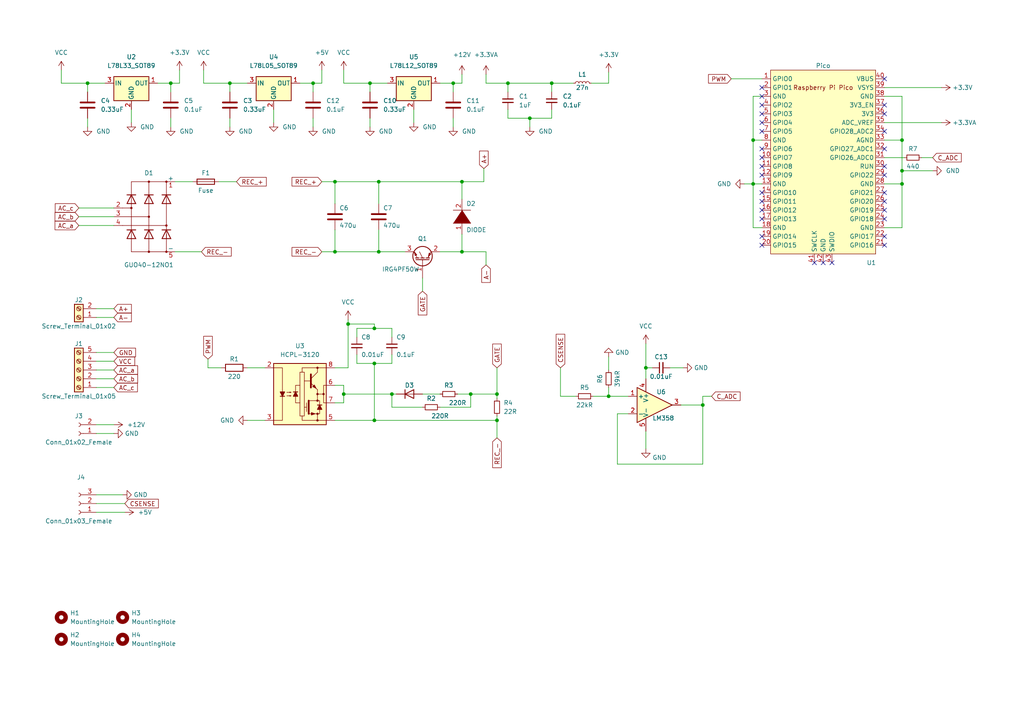
<source format=kicad_sch>
(kicad_sch (version 20211123) (generator eeschema)
  (paper "A4")
  (lib_symbols
    (symbol "Connector:Conn_01x02_Female" (pin_names (offset 1.016) hide)
      (property "Reference" "J" (at 0 2.54 0))
      (property "Value" "Conn_01x02_Female" (at 0 -5.08 0))
      (symbol "Conn_01x02_Female_1_1"
        (pin passive line (at -5.08 0 0) (length 3.81) (name "Pin_1") (number "1"))
        (pin passive line (at -5.08 -2.54 0) (length 3.81) (name "Pin_2") (number "2"))
      )
    )
    (symbol "Connector:Conn_01x03_Female" (pin_names (offset 1.016) hide)
      (property "Reference" "J" (at 0 5.08 0))
      (property "Value" "Conn_01x03_Female" (at 0 -5.08 0))
      (symbol "Conn_01x03_Female_1_1"
        (pin passive line (at -5.08 2.54 0) (length 3.81) (name "Pin_1") (number "1"))
        (pin passive line (at -5.08 0 0) (length 3.81) (name "Pin_2") (number "2"))
        (pin passive line (at -5.08 -2.54 0) (length 3.81) (name "Pin_3") (number "3"))
      )
    )
    (symbol "Connector:Screw_Terminal_01x02" (pin_names (offset 1.016) hide)
      (property "Reference" "J" (at 0 2.54 0))
      (property "Value" "Screw_Terminal_01x02" (at 0 -5.08 0))
      (symbol "Screw_Terminal_01x02_1_1"
        (pin passive line (at -5.08 0 0) (length 3.81) (name "Pin_1") (number "1"))
        (pin passive line (at -5.08 -2.54 0) (length 3.81) (name "Pin_2") (number "2"))
      )
    )
    (symbol "Connector:Screw_Terminal_01x05" (pin_names (offset 1.016) hide)
      (property "Reference" "J" (at 0 7.62 0))
      (property "Value" "Screw_Terminal_01x05" (at 0 -7.62 0))
      (symbol "Screw_Terminal_01x05_1_1"
        (pin passive line (at -5.08 5.08 0) (length 3.81) (name "Pin_1") (number "1"))
        (pin passive line (at -5.08 2.54 0) (length 3.81) (name "Pin_2") (number "2"))
        (pin passive line (at -5.08 0 0) (length 3.81) (name "Pin_3") (number "3"))
        (pin passive line (at -5.08 -2.54 0) (length 3.81) (name "Pin_4") (number "4"))
        (pin passive line (at -5.08 -5.08 0) (length 3.81) (name "Pin_5") (number "5"))
      )
    )
    (symbol "Device:C" (pin_numbers hide) (pin_names (offset 0.254))
      (property "Reference" "C" (at 0.635 2.54 0))
      (property "Value" "C" (at 0.635 -2.54 0))
      (symbol "C_1_1"
        (pin passive line (at 0 3.81 270) (length 2.794) (name "~") (number "1"))
        (pin passive line (at 0 -3.81 90) (length 2.794) (name "~") (number "2"))
      )
    )
    (symbol "Device:C_Small" (pin_numbers hide) (pin_names (offset 0.254) hide)
      (property "Reference" "C" (at 0.254 1.778 0))
      (property "Value" "C_Small" (at 0.254 -2.032 0))
      (symbol "C_Small_1_1"
        (pin passive line (at 0 2.54 270) (length 2.032) (name "~") (number "1"))
        (pin passive line (at 0 -2.54 90) (length 2.032) (name "~") (number "2"))
      )
    )
    (symbol "Device:Fuse" (pin_numbers hide) (pin_names (offset 0))
      (property "Reference" "F" (at 2.032 0 90))
      (property "Value" "Fuse" (at -1.905 0 90))
      (symbol "Fuse_1_1"
        (pin passive line (at 0 3.81 270) (length 1.27) (name "~") (number "1"))
        (pin passive line (at 0 -3.81 90) (length 1.27) (name "~") (number "2"))
      )
    )
    (symbol "Device:L_Small" (pin_numbers hide) (pin_names (offset 0.254) hide)
      (property "Reference" "L" (at 0.762 1.016 0))
      (property "Value" "L_Small" (at 0.762 -1.016 0))
      (symbol "L_Small_1_1"
        (pin passive line (at 0 2.54 270) (length 0.508) (name "~") (number "1"))
        (pin passive line (at 0 -2.54 90) (length 0.508) (name "~") (number "2"))
      )
    )
    (symbol "Device:R" (pin_numbers hide) (pin_names (offset 0))
      (property "Reference" "R" (at 2.032 0 90))
      (property "Value" "R" (at 0 0 90))
      (symbol "R_1_1"
        (pin passive line (at 0 3.81 270) (length 1.27) (name "~") (number "1"))
        (pin passive line (at 0 -3.81 90) (length 1.27) (name "~") (number "2"))
      )
    )
    (symbol "Device:R_Small" (pin_numbers hide) (pin_names (offset 0.254) hide)
      (property "Reference" "R" (at 0.762 0.508 0))
      (property "Value" "R_Small" (at 0.762 -1.016 0))
      (symbol "R_Small_1_1"
        (pin passive line (at 0 2.54 270) (length 0.762) (name "~") (number "1"))
        (pin passive line (at 0 -2.54 90) (length 0.762) (name "~") (number "2"))
      )
    )
    (symbol "Diode:1N4148" (pin_numbers hide) (pin_names hide)
      (property "Reference" "D" (at 0 2.54 0))
      (property "Value" "1N4148" (at 0 -2.54 0))
      (symbol "1N4148_1_1"
        (pin passive line (at -3.81 0 0) (length 2.54) (name "K") (number "1"))
        (pin passive line (at 3.81 0 180) (length 2.54) (name "A") (number "2"))
      )
    )
    (symbol "Diode_Bridge:GUO40-12NO1" (pin_names (offset 0))
      (property "Reference" "D" (at 0 17.78 0))
      (property "Value" "GUO40-12NO1" (at 0 15.24 0))
      (symbol "GUO40-12NO1_1_1"
        (pin passive line (at 7.62 10.16 180) (length 2.54) (name "+") (number "1"))
        (pin passive line (at -10.16 2.54 0) (length 2.54) (name "~") (number "2"))
        (pin passive line (at -10.16 0 0) (length 2.54) (name "~") (number "3"))
        (pin passive line (at -10.16 -2.54 0) (length 2.54) (name "~") (number "4"))
        (pin passive line (at 7.62 -10.16 180) (length 2.54) (name "-") (number "5"))
      )
    )
    (symbol "Driver_FET:HCPL-3120" (pin_names hide)
      (property "Reference" "U" (at 0 12.7 0))
      (property "Value" "HCPL-3120" (at 0 10.16 0))
      (symbol "HCPL-3120_1_1"
        (pin no_connect line (at -7.62 2.54 0) (length 2.54) hide (name "NC") (number "1"))
        (pin passive line (at -10.16 7.62 0) (length 2.54) (name "A") (number "2"))
        (pin passive line (at -10.16 -7.62 0) (length 2.54) (name "C") (number "3"))
        (pin no_connect line (at -7.62 -2.54 0) (length 2.54) hide (name "NC") (number "4"))
        (pin power_out line (at 10.16 -7.62 180) (length 2.54) (name "VEE") (number "5"))
        (pin output line (at 10.16 2.54 180) (length 2.54) (name "VO") (number "6"))
        (pin output line (at 10.16 -2.54 180) (length 2.54) (name "VO") (number "7"))
        (pin power_in line (at 10.16 7.62 180) (length 2.54) (name "VCC") (number "8"))
      )
    )
    (symbol "MCU_RaspberryPi_and_Boards:Pico"
      (property "Reference" "U" (at -13.97 27.94 0))
      (property "Value" "Pico" (at 0 19.05 0))
      (symbol "Pico_0_0"
        (text "Raspberry Pi Pico" (at 0 21.59 0) (effects (font (size 1.27 1.27))))
      )
      (symbol "Pico_1_1"
        (pin bidirectional line (at -17.78 24.13 0) (length 2.54) (name "GPIO0") (number "1"))
        (pin bidirectional line (at -17.78 1.27 0) (length 2.54) (name "GPIO7") (number "10"))
        (pin bidirectional line (at -17.78 -1.27 0) (length 2.54) (name "GPIO8") (number "11"))
        (pin bidirectional line (at -17.78 -3.81 0) (length 2.54) (name "GPIO9") (number "12"))
        (pin power_in line (at -17.78 -6.35 0) (length 2.54) (name "GND") (number "13"))
        (pin bidirectional line (at -17.78 -8.89 0) (length 2.54) (name "GPIO10") (number "14"))
        (pin bidirectional line (at -17.78 -11.43 0) (length 2.54) (name "GPIO11") (number "15"))
        (pin bidirectional line (at -17.78 -13.97 0) (length 2.54) (name "GPIO12") (number "16"))
        (pin bidirectional line (at -17.78 -16.51 0) (length 2.54) (name "GPIO13") (number "17"))
        (pin power_in line (at -17.78 -19.05 0) (length 2.54) (name "GND") (number "18"))
        (pin bidirectional line (at -17.78 -21.59 0) (length 2.54) (name "GPIO14") (number "19"))
        (pin bidirectional line (at -17.78 21.59 0) (length 2.54) (name "GPIO1") (number "2"))
        (pin bidirectional line (at -17.78 -24.13 0) (length 2.54) (name "GPIO15") (number "20"))
        (pin bidirectional line (at 17.78 -24.13 180) (length 2.54) (name "GPIO16") (number "21"))
        (pin bidirectional line (at 17.78 -21.59 180) (length 2.54) (name "GPIO17") (number "22"))
        (pin power_in line (at 17.78 -19.05 180) (length 2.54) (name "GND") (number "23"))
        (pin bidirectional line (at 17.78 -16.51 180) (length 2.54) (name "GPIO18") (number "24"))
        (pin bidirectional line (at 17.78 -13.97 180) (length 2.54) (name "GPIO19") (number "25"))
        (pin bidirectional line (at 17.78 -11.43 180) (length 2.54) (name "GPIO20") (number "26"))
        (pin bidirectional line (at 17.78 -8.89 180) (length 2.54) (name "GPIO21") (number "27"))
        (pin power_in line (at 17.78 -6.35 180) (length 2.54) (name "GND") (number "28"))
        (pin bidirectional line (at 17.78 -3.81 180) (length 2.54) (name "GPIO22") (number "29"))
        (pin power_in line (at -17.78 19.05 0) (length 2.54) (name "GND") (number "3"))
        (pin input line (at 17.78 -1.27 180) (length 2.54) (name "RUN") (number "30"))
        (pin bidirectional line (at 17.78 1.27 180) (length 2.54) (name "GPIO26_ADC0") (number "31"))
        (pin bidirectional line (at 17.78 3.81 180) (length 2.54) (name "GPIO27_ADC1") (number "32"))
        (pin power_in line (at 17.78 6.35 180) (length 2.54) (name "AGND") (number "33"))
        (pin bidirectional line (at 17.78 8.89 180) (length 2.54) (name "GPIO28_ADC2") (number "34"))
        (pin power_in line (at 17.78 11.43 180) (length 2.54) (name "ADC_VREF") (number "35"))
        (pin power_in line (at 17.78 13.97 180) (length 2.54) (name "3V3") (number "36"))
        (pin input line (at 17.78 16.51 180) (length 2.54) (name "3V3_EN") (number "37"))
        (pin bidirectional line (at 17.78 19.05 180) (length 2.54) (name "GND") (number "38"))
        (pin power_in line (at 17.78 21.59 180) (length 2.54) (name "VSYS") (number "39"))
        (pin bidirectional line (at -17.78 16.51 0) (length 2.54) (name "GPIO2") (number "4"))
        (pin power_in line (at 17.78 24.13 180) (length 2.54) (name "VBUS") (number "40"))
        (pin input line (at -2.54 -29.21 90) (length 2.54) (name "SWCLK") (number "41"))
        (pin power_in line (at 0 -29.21 90) (length 2.54) (name "GND") (number "42"))
        (pin bidirectional line (at 2.54 -29.21 90) (length 2.54) (name "SWDIO") (number "43"))
        (pin bidirectional line (at -17.78 13.97 0) (length 2.54) (name "GPIO3") (number "5"))
        (pin bidirectional line (at -17.78 11.43 0) (length 2.54) (name "GPIO4") (number "6"))
        (pin bidirectional line (at -17.78 8.89 0) (length 2.54) (name "GPIO5") (number "7"))
        (pin power_in line (at -17.78 6.35 0) (length 2.54) (name "GND") (number "8"))
        (pin bidirectional line (at -17.78 3.81 0) (length 2.54) (name "GPIO6") (number "9"))
      )
    )
    (symbol "Mechanical:MountingHole" (pin_names (offset 1.016))
      (property "Reference" "H" (at 0 5.08 0))
      (property "Value" "MountingHole" (at 0 3.175 0))
    )
    (symbol "Regulator_Linear:L78L05_SOT89" (pin_names (offset 0.254))
      (property "Reference" "U" (at -3.81 3.175 0))
      (property "Value" "L78L05_SOT89" (at -0.635 3.175 0))
      (symbol "L78L05_SOT89_1_1"
        (pin power_out line (at 7.62 0 180) (length 2.54) (name "OUT") (number "1"))
        (pin power_in line (at 0 -7.62 90) (length 2.54) (name "GND") (number "2"))
        (pin power_in line (at -7.62 0 0) (length 2.54) (name "IN") (number "3"))
      )
    )
    (symbol "Regulator_Linear:L78L12_SOT89" (pin_names (offset 0.254))
      (property "Reference" "U" (at -3.81 3.175 0))
      (property "Value" "L78L12_SOT89" (at -0.635 3.175 0))
      (symbol "L78L12_SOT89_1_1"
        (pin power_out line (at 7.62 0 180) (length 2.54) (name "OUT") (number "1"))
        (pin power_in line (at 0 -7.62 90) (length 2.54) (name "GND") (number "2"))
        (pin power_in line (at -7.62 0 0) (length 2.54) (name "IN") (number "3"))
      )
    )
    (symbol "Regulator_Linear:L78L33_SOT89" (pin_names (offset 0.254))
      (property "Reference" "U" (at -3.81 3.175 0))
      (property "Value" "L78L33_SOT89" (at -0.635 3.175 0))
      (symbol "L78L33_SOT89_1_1"
        (pin power_out line (at 7.62 0 180) (length 2.54) (name "OUT") (number "1"))
        (pin power_in line (at 0 -7.62 90) (length 2.54) (name "GND") (number "2"))
        (pin power_in line (at -7.62 0 0) (length 2.54) (name "IN") (number "3"))
      )
    )
    (symbol "Transistor_IGBT:IRG4PF50W" (pin_names (offset 0) hide)
      (property "Reference" "Q" (at 5.08 1.905 0))
      (property "Value" "IRG4PF50W" (at 5.08 0 0))
      (symbol "IRG4PF50W_1_1"
        (pin input line (at -5.08 0 0) (length 5.08) (name "G") (number "1"))
        (pin passive line (at 2.54 5.08 270) (length 2.54) (name "C") (number "2"))
        (pin passive line (at 2.54 -5.08 90) (length 2.54) (name "E") (number "3"))
      )
    )
    (symbol "power:+12V" (power) (pin_names (offset 0))
      (property "Value" "+12V" (at 0 3.556 0))
      (symbol "+12V_1_1"
        (pin power_in line (at 0 0 90) (length 0) hide (name "+12V") (number "1"))
      )
    )
    (symbol "power:+3.3V" (power) (pin_names (offset 0))
      (property "Value" "+3.3V" (at 0 3.556 0))
      (symbol "+3.3V_1_1"
        (pin power_in line (at 0 0 90) (length 0) hide (name "+3.3V") (number "1"))
      )
    )
    (symbol "power:+3.3VA" (power) (pin_names (offset 0))
      (property "Value" "+3.3VA" (at 0 3.556 0))
      (symbol "+3.3VA_1_1"
        (pin power_in line (at 0 0 90) (length 0) hide (name "+3.3VA") (number "1"))
      )
    )
    (symbol "power:+5V" (power) (pin_names (offset 0))
      (property "Value" "+5V" (at 0 3.556 0))
      (symbol "+5V_1_1"
        (pin power_in line (at 0 0 90) (length 0) hide (name "+5V") (number "1"))
      )
    )
    (symbol "power:GND" (power) (pin_names (offset 0))
      (property "Value" "GND" (at 0 -3.81 0))
      (symbol "GND_1_1"
        (pin power_in line (at 0 0 270) (length 0) hide (name "GND") (number "1"))
      )
    )
    (symbol "power:VCC" (power) (pin_names (offset 0))
      (property "Value" "VCC" (at 0 3.81 0))
      (symbol "VCC_1_1"
        (pin power_in line (at 0 0 90) (length 0) hide (name "VCC") (number "1"))
      )
    )
    (symbol "pspice:DIODE" (pin_names (offset 1.016) hide)
      (property "Reference" "D" (at 0 3.81 0))
      (property "Value" "DIODE" (at 0 -4.445 0))
      (symbol "DIODE_1_1"
        (pin input line (at -5.08 0 0) (length 3.81) (name "K") (number "1"))
        (pin input line (at 5.08 0 180) (length 3.81) (name "A") (number "2"))
      )
    )
    (symbol "pspice:OPAMP" (pin_names (offset 0.254))
      (property "Reference" "U" (at 3.81 3.175 0))
      (property "Value" "OPAMP" (at 3.81 -3.175 0))
      (symbol "OPAMP_1_1"
        (pin input line (at -7.62 2.54 0) (length 2.54) (name "+") (number "1"))
        (pin input line (at -7.62 -2.54 0) (length 2.54) (name "-") (number "2"))
        (pin output line (at 7.62 0 180) (length 2.54) (name "~") (number "3"))
        (pin power_in line (at -2.54 7.62 270) (length 3.81) (name "V+") (number "4"))
        (pin power_in line (at -2.54 -7.62 90) (length 3.81) (name "V-") (number "5"))
      )
    )
  )
  (junction (at 66.675 24.13))
  (junction (at 108.585 105.41))
  (junction (at 97.155 73.025))
  (junction (at 261.62 49.53))
  (junction (at 153.67 34.29))
  (junction (at 133.985 73.025))
  (junction (at 131.445 24.13))
  (junction (at 109.855 52.705))
  (junction (at 261.62 53.34))
  (junction (at 108.585 121.92))
  (junction (at 108.585 95.25))
  (junction (at 147.32 24.13))
  (junction (at 144.145 121.92))
  (junction (at 187.325 106.68))
  (junction (at 218.44 53.34))
  (junction (at 49.53 24.13))
  (junction (at 136.525 114.3))
  (junction (at 107.315 24.13))
  (junction (at 133.985 52.705))
  (junction (at 100.965 93.98))
  (junction (at 113.665 114.3))
  (junction (at 90.805 24.13))
  (junction (at 160.02 24.13))
  (junction (at 109.855 73.025))
  (junction (at 261.62 40.64))
  (junction (at 144.145 114.3))
  (junction (at 99.695 114.3))
  (junction (at 97.155 52.705))
  (junction (at 203.835 117.475))
  (junction (at 176.53 114.935))
  (junction (at 218.44 40.64))
  (junction (at 25.4 24.13))
  (no_connect (at 220.98 48.26))
  (no_connect (at 220.98 45.72))
  (no_connect (at 220.98 55.88))
  (no_connect (at 220.98 60.96))
  (no_connect (at 220.98 68.58))
  (no_connect (at 220.98 25.4))
  (no_connect (at 256.54 60.96))
  (no_connect (at 256.54 63.5))
  (no_connect (at 220.98 35.56))
  (no_connect (at 256.54 55.88))
  (no_connect (at 236.22 76.2))
  (no_connect (at 256.54 43.18))
  (no_connect (at 220.98 71.12))
  (no_connect (at 220.98 27.94))
  (no_connect (at 256.54 22.86))
  (no_connect (at 256.54 71.12))
  (no_connect (at 220.98 38.1))
  (no_connect (at 220.98 58.42))
  (no_connect (at 256.54 30.48))
  (no_connect (at 256.54 38.1))
  (no_connect (at 238.76 76.2))
  (no_connect (at 256.54 48.26))
  (no_connect (at 220.98 30.48))
  (no_connect (at 220.98 33.02))
  (no_connect (at 241.3 76.2))
  (no_connect (at 220.98 43.18))
  (no_connect (at 256.54 68.58))
  (no_connect (at 256.54 33.02))
  (no_connect (at 256.54 50.8))
  (no_connect (at 220.98 63.5))
  (no_connect (at 256.54 58.42))
  (no_connect (at 220.98 50.8))
  (wire (pts (xy 109.855 52.705) (xy 97.155 52.705)))
  (wire (pts (xy 256.54 40.64) (xy 261.62 40.64)))
  (wire (pts (xy 218.44 53.34) (xy 220.98 53.34)))
  (wire (pts (xy 109.855 66.675) (xy 109.855 73.025)))
  (wire (pts (xy 147.32 24.13) (xy 147.32 26.67)))
  (wire (pts (xy 66.675 24.13) (xy 71.755 24.13)))
  (wire (pts (xy 160.02 31.75) (xy 160.02 34.29)))
  (wire (pts (xy 132.715 114.3) (xy 136.525 114.3)))
  (wire (pts (xy 97.155 121.92) (xy 108.585 121.92)))
  (wire (pts (xy 109.855 59.055) (xy 109.855 52.705)))
  (wire (pts (xy 71.755 121.92) (xy 76.835 121.92)))
  (wire (pts (xy 218.44 66.04) (xy 220.98 66.04)))
  (wire (pts (xy 176.53 114.935) (xy 182.245 114.935)))
  (wire (pts (xy 113.665 118.11) (xy 113.665 114.3)))
  (wire (pts (xy 147.32 31.75) (xy 147.32 34.29)))
  (wire (pts (xy 22.86 65.405) (xy 33.02 65.405)))
  (wire (pts (xy 261.62 49.53) (xy 261.62 53.34)))
  (wire (pts (xy 256.54 25.4) (xy 273.05 25.4)))
  (wire (pts (xy 197.485 117.475) (xy 203.835 117.475)))
  (wire (pts (xy 131.445 34.29) (xy 131.445 36.83)))
  (wire (pts (xy 261.62 49.53) (xy 270.51 49.53)))
  (wire (pts (xy 107.315 24.13) (xy 107.315 26.67)))
  (wire (pts (xy 147.32 34.29) (xy 153.67 34.29)))
  (wire (pts (xy 162.56 106.68) (xy 162.56 114.935)))
  (wire (pts (xy 133.985 67.945) (xy 133.985 73.025)))
  (wire (pts (xy 261.62 40.64) (xy 261.62 49.53)))
  (wire (pts (xy 103.505 102.87) (xy 103.505 105.41)))
  (wire (pts (xy 140.335 48.895) (xy 140.335 52.705)))
  (wire (pts (xy 140.97 21.59) (xy 140.97 24.13)))
  (wire (pts (xy 160.02 24.13) (xy 166.37 24.13)))
  (wire (pts (xy 49.53 34.29) (xy 49.53 36.83)))
  (wire (pts (xy 52.07 20.32) (xy 52.07 24.13)))
  (wire (pts (xy 66.675 24.13) (xy 66.675 26.67)))
  (wire (pts (xy 27.94 102.235) (xy 33.02 102.235)))
  (wire (pts (xy 108.585 121.92) (xy 144.145 121.92)))
  (wire (pts (xy 144.145 120.65) (xy 144.145 121.92)))
  (wire (pts (xy 93.345 20.32) (xy 93.345 24.13)))
  (wire (pts (xy 97.155 73.025) (xy 97.155 66.675)))
  (wire (pts (xy 107.315 24.13) (xy 112.395 24.13)))
  (wire (pts (xy 160.02 24.13) (xy 160.02 26.67)))
  (wire (pts (xy 25.4 34.29) (xy 25.4 36.83)))
  (wire (pts (xy 256.54 53.34) (xy 261.62 53.34)))
  (wire (pts (xy 215.9 53.34) (xy 218.44 53.34)))
  (wire (pts (xy 131.445 24.13) (xy 133.985 24.13)))
  (wire (pts (xy 261.62 53.34) (xy 261.62 66.04)))
  (wire (pts (xy 99.695 24.13) (xy 107.315 24.13)))
  (wire (pts (xy 22.86 60.325) (xy 33.02 60.325)))
  (wire (pts (xy 203.835 134.62) (xy 179.07 134.62)))
  (wire (pts (xy 108.585 95.25) (xy 113.665 95.25)))
  (wire (pts (xy 90.805 24.13) (xy 93.345 24.13)))
  (wire (pts (xy 60.325 106.68) (xy 64.135 106.68)))
  (wire (pts (xy 100.965 106.68) (xy 97.155 106.68)))
  (wire (pts (xy 90.805 24.13) (xy 90.805 26.67)))
  (wire (pts (xy 27.94 125.73) (xy 33.02 125.73)))
  (wire (pts (xy 17.78 24.13) (xy 25.4 24.13)))
  (wire (pts (xy 218.44 40.64) (xy 220.98 40.64)))
  (wire (pts (xy 256.54 45.72) (xy 262.255 45.72)))
  (wire (pts (xy 140.335 52.705) (xy 133.985 52.705)))
  (wire (pts (xy 144.145 106.68) (xy 144.145 114.3)))
  (wire (pts (xy 50.8 52.705) (xy 55.88 52.705)))
  (wire (pts (xy 93.345 52.705) (xy 97.155 52.705)))
  (wire (pts (xy 127.635 24.13) (xy 131.445 24.13)))
  (wire (pts (xy 109.855 73.025) (xy 117.475 73.025)))
  (wire (pts (xy 99.695 114.3) (xy 113.665 114.3)))
  (wire (pts (xy 144.145 121.92) (xy 144.145 127)))
  (wire (pts (xy 49.53 24.13) (xy 49.53 26.67)))
  (wire (pts (xy 256.54 27.94) (xy 261.62 27.94)))
  (wire (pts (xy 218.44 53.34) (xy 218.44 40.64)))
  (wire (pts (xy 93.345 73.025) (xy 97.155 73.025)))
  (wire (pts (xy 261.62 27.94) (xy 261.62 40.64)))
  (wire (pts (xy 140.97 73.025) (xy 140.97 76.835)))
  (wire (pts (xy 99.695 116.84) (xy 97.155 116.84)))
  (wire (pts (xy 25.4 24.13) (xy 25.4 26.67)))
  (wire (pts (xy 144.145 114.3) (xy 144.145 115.57)))
  (wire (pts (xy 133.985 21.59) (xy 133.985 24.13)))
  (wire (pts (xy 86.995 24.13) (xy 90.805 24.13)))
  (wire (pts (xy 59.055 24.13) (xy 66.675 24.13)))
  (wire (pts (xy 38.1 31.75) (xy 38.1 35.56)))
  (wire (pts (xy 59.055 20.32) (xy 59.055 24.13)))
  (wire (pts (xy 136.525 118.11) (xy 136.525 114.3)))
  (wire (pts (xy 140.97 24.13) (xy 147.32 24.13)))
  (wire (pts (xy 100.965 92.71) (xy 100.965 93.98)))
  (wire (pts (xy 27.94 112.395) (xy 33.02 112.395)))
  (wire (pts (xy 203.835 117.475) (xy 203.835 134.62)))
  (wire (pts (xy 113.665 114.3) (xy 114.935 114.3)))
  (wire (pts (xy 153.67 34.29) (xy 160.02 34.29)))
  (wire (pts (xy 120.015 31.75) (xy 120.015 35.56)))
  (wire (pts (xy 176.53 114.935) (xy 176.53 112.395)))
  (wire (pts (xy 27.94 104.775) (xy 33.02 104.775)))
  (wire (pts (xy 171.45 24.13) (xy 176.53 24.13)))
  (wire (pts (xy 136.525 114.3) (xy 144.145 114.3)))
  (wire (pts (xy 63.5 52.705) (xy 68.58 52.705)))
  (wire (pts (xy 194.31 106.68) (xy 198.12 106.68)))
  (wire (pts (xy 218.44 27.94) (xy 220.98 27.94)))
  (wire (pts (xy 256.54 35.56) (xy 273.05 35.56)))
  (wire (pts (xy 108.585 105.41) (xy 113.665 105.41)))
  (wire (pts (xy 27.94 123.19) (xy 33.02 123.19)))
  (wire (pts (xy 127.635 118.11) (xy 136.525 118.11)))
  (wire (pts (xy 133.985 73.025) (xy 140.97 73.025)))
  (wire (pts (xy 127.635 73.025) (xy 133.985 73.025)))
  (wire (pts (xy 187.325 125.095) (xy 187.325 130.175)))
  (wire (pts (xy 218.44 53.34) (xy 218.44 66.04)))
  (wire (pts (xy 103.505 105.41) (xy 108.585 105.41)))
  (wire (pts (xy 66.675 34.29) (xy 66.675 36.83)))
  (wire (pts (xy 49.53 24.13) (xy 52.07 24.13)))
  (wire (pts (xy 109.855 73.025) (xy 97.155 73.025)))
  (wire (pts (xy 27.94 107.315) (xy 33.02 107.315)))
  (wire (pts (xy 108.585 105.41) (xy 108.585 121.92)))
  (wire (pts (xy 108.585 93.98) (xy 108.585 95.25)))
  (wire (pts (xy 99.695 111.76) (xy 99.695 114.3)))
  (wire (pts (xy 27.94 143.51) (xy 35.56 143.51)))
  (wire (pts (xy 25.4 24.13) (xy 30.48 24.13)))
  (wire (pts (xy 50.8 73.025) (xy 58.42 73.025)))
  (wire (pts (xy 113.665 105.41) (xy 113.665 102.87)))
  (wire (pts (xy 153.67 34.29) (xy 153.67 36.83)))
  (wire (pts (xy 107.315 34.29) (xy 107.315 36.83)))
  (wire (pts (xy 99.695 20.32) (xy 99.695 24.13)))
  (wire (pts (xy 182.245 120.015) (xy 179.07 120.015)))
  (wire (pts (xy 256.54 66.04) (xy 261.62 66.04)))
  (wire (pts (xy 71.755 106.68) (xy 76.835 106.68)))
  (wire (pts (xy 109.855 52.705) (xy 133.985 52.705)))
  (wire (pts (xy 212.09 22.86) (xy 220.98 22.86)))
  (wire (pts (xy 27.94 146.05) (xy 36.195 146.05)))
  (wire (pts (xy 27.94 89.535) (xy 33.02 89.535)))
  (wire (pts (xy 187.325 106.68) (xy 189.23 106.68)))
  (wire (pts (xy 218.44 40.64) (xy 218.44 27.94)))
  (wire (pts (xy 133.985 52.705) (xy 133.985 57.785)))
  (wire (pts (xy 206.375 114.935) (xy 203.835 114.935)))
  (wire (pts (xy 176.53 103.505) (xy 176.53 107.315)))
  (wire (pts (xy 122.555 114.3) (xy 127.635 114.3)))
  (wire (pts (xy 162.56 114.935) (xy 167.005 114.935)))
  (wire (pts (xy 187.325 109.855) (xy 187.325 106.68)))
  (wire (pts (xy 17.78 20.32) (xy 17.78 24.13)))
  (wire (pts (xy 27.94 109.855) (xy 33.02 109.855)))
  (wire (pts (xy 172.085 114.935) (xy 176.53 114.935)))
  (wire (pts (xy 179.07 120.015) (xy 179.07 134.62)))
  (wire (pts (xy 97.155 52.705) (xy 97.155 59.055)))
  (wire (pts (xy 131.445 24.13) (xy 131.445 26.67)))
  (wire (pts (xy 100.965 93.98) (xy 100.965 106.68)))
  (wire (pts (xy 45.72 24.13) (xy 49.53 24.13)))
  (wire (pts (xy 22.86 62.865) (xy 33.02 62.865)))
  (wire (pts (xy 27.94 148.59) (xy 36.195 148.59)))
  (wire (pts (xy 203.835 114.935) (xy 203.835 117.475)))
  (wire (pts (xy 122.555 80.645) (xy 122.555 84.455)))
  (wire (pts (xy 100.965 93.98) (xy 108.585 93.98)))
  (wire (pts (xy 79.375 31.75) (xy 79.375 35.56)))
  (wire (pts (xy 176.53 20.955) (xy 176.53 24.13)))
  (wire (pts (xy 60.325 104.14) (xy 60.325 106.68)))
  (wire (pts (xy 97.155 111.76) (xy 99.695 111.76)))
  (wire (pts (xy 99.695 114.3) (xy 99.695 116.84)))
  (wire (pts (xy 122.555 118.11) (xy 113.665 118.11)))
  (wire (pts (xy 267.335 45.72) (xy 270.51 45.72)))
  (wire (pts (xy 103.505 97.79) (xy 103.505 95.25)))
  (wire (pts (xy 113.665 95.25) (xy 113.665 97.79)))
  (wire (pts (xy 103.505 95.25) (xy 108.585 95.25)))
  (wire (pts (xy 187.325 99.695) (xy 187.325 106.68)))
  (wire (pts (xy 147.32 24.13) (xy 160.02 24.13)))
  (wire (pts (xy 27.94 92.075) (xy 33.02 92.075)))
  (wire (pts (xy 90.805 34.29) (xy 90.805 36.83)))
  (global_label "A+" (shape input) (at 33.02 89.535 0) (property "Intersheet References" "${INTERSHEET_REFS}" (effects hide)))
  (global_label "GND" (shape input) (at 33.02 102.235 0) (property "Intersheet References" "${INTERSHEET_REFS}" (effects hide)))
  (global_label "AC_c" (shape input) (at 22.86 60.325 180) (property "Intersheet References" "${INTERSHEET_REFS}" (effects hide)))
  (global_label "REC_-" (shape input) (at 144.145 127 270) (property "Intersheet References" "${INTERSHEET_REFS}" (effects hide)))
  (global_label "AC_b" (shape input) (at 33.02 109.855 0) (property "Intersheet References" "${INTERSHEET_REFS}" (effects hide)))
  (global_label "AC_a" (shape input) (at 22.86 65.405 180) (property "Intersheet References" "${INTERSHEET_REFS}" (effects hide)))
  (global_label "A+" (shape input) (at 140.335 48.895 90) (property "Intersheet References" "${INTERSHEET_REFS}" (effects hide)))
  (global_label "C_ADC" (shape input) (at 270.51 45.72 0) (property "Intersheet References" "${INTERSHEET_REFS}" (effects hide)))
  (global_label "AC_b" (shape input) (at 22.86 62.865 180) (property "Intersheet References" "${INTERSHEET_REFS}" (effects hide)))
  (global_label "AC_a" (shape input) (at 33.02 107.315 0) (property "Intersheet References" "${INTERSHEET_REFS}" (effects hide)))
  (global_label "REC_+" (shape input) (at 68.58 52.705 0) (property "Intersheet References" "${INTERSHEET_REFS}" (effects hide)))
  (global_label "REC_-" (shape input) (at 93.345 73.025 180) (property "Intersheet References" "${INTERSHEET_REFS}" (effects hide)))
  (global_label "CSENSE" (shape input) (at 162.56 106.68 90) (property "Intersheet References" "${INTERSHEET_REFS}" (effects hide)))
  (global_label "PWM" (shape input) (at 212.09 22.86 180) (property "Intersheet References" "${INTERSHEET_REFS}" (effects hide)))
  (global_label "GATE" (shape input) (at 144.145 106.68 90) (property "Intersheet References" "${INTERSHEET_REFS}" (effects hide)))
  (global_label "CSENSE" (shape input) (at 36.195 146.05 0) (property "Intersheet References" "${INTERSHEET_REFS}" (effects hide)))
  (global_label "GATE" (shape input) (at 122.555 84.455 270) (property "Intersheet References" "${INTERSHEET_REFS}" (effects hide)))
  (global_label "PWM" (shape input) (at 60.325 104.14 90) (property "Intersheet References" "${INTERSHEET_REFS}" (effects hide)))
  (global_label "REC_-" (shape input) (at 58.42 73.025 0) (property "Intersheet References" "${INTERSHEET_REFS}" (effects hide)))
  (global_label "REC_+" (shape input) (at 93.345 52.705 180) (property "Intersheet References" "${INTERSHEET_REFS}" (effects hide)))
  (global_label "A-" (shape input) (at 33.02 92.075 0) (property "Intersheet References" "${INTERSHEET_REFS}" (effects hide)))
  (global_label "A-" (shape input) (at 140.97 76.835 270) (property "Intersheet References" "${INTERSHEET_REFS}" (effects hide)))
  (global_label "AC_c" (shape input) (at 33.02 112.395 0) (property "Intersheet References" "${INTERSHEET_REFS}" (effects hide)))
  (global_label "VCC" (shape input) (at 33.02 104.775 0) (property "Intersheet References" "${INTERSHEET_REFS}" (effects hide)))
  (global_label "C_ADC" (shape input) (at 206.375 114.935 0) (property "Intersheet References" "${INTERSHEET_REFS}" (effects hide)))
  (symbol (lib_id "Device:L_Small") (at 168.91 24.13 90) (unit 1)
    (property "Reference" "L1" (at 168.91 21.59 90))
    (property "Value" "27n" (at 168.91 25.4 90))
    (property "Footprint" "Inductor_SMD:L_1206_3216Metric" (effects hide))
  )
  (symbol (lib_id "power:+3.3VA") (at 140.97 21.59 0) (unit 1)
    (property "Reference" "#PWR011" (effects hide))
    (property "Value" "+3.3VA" (at 140.97 15.875 0))
  )
  (symbol (lib_id "power:GND") (at 49.53 36.83 0) (unit 1)
    (property "Reference" "#PWR02" (effects hide))
    (property "Value" "GND" (at 52.07 38.0999 0) (effects (justify left)))
  )
  (symbol (lib_id "power:GND") (at 131.445 36.83 0) (unit 1)
    (property "Reference" "#PWR0127" (effects hide))
    (property "Value" "GND" (at 133.985 38.0999 0) (effects (justify left)))
  )
  (symbol (lib_id "power:GND") (at 198.12 106.68 90) (unit 1)
    (property "Reference" "#PWR016" (effects hide))
    (property "Value" "GND" (at 201.295 106.6799 90) (effects (justify right)))
  )
  (symbol (lib_id "Device:C") (at 109.855 62.865 0) (unit 1)
    (property "Reference" "C7" (at 111.125 60.325 0) (effects (justify left)))
    (property "Value" "470u" (at 111.125 65.405 0) (effects (justify left)))
    (property "Footprint" "Capacitor_THT:CP_Radial_D35.0mm_P10.00mm_SnapIn" (effects hide))
  )
  (symbol (lib_id "Mechanical:MountingHole") (at 17.78 179.07 0) (unit 1)
    (property "Reference" "H1" (at 20.32 177.7999 0) (effects (justify left)))
    (property "Value" "MountingHole" (at 20.32 180.3399 0) (effects (justify left)))
    (property "Footprint" "MountingHole:MountingHole_3.2mm_M3_Pad" (effects hide))
  )
  (symbol (lib_id "power:VCC") (at 17.78 20.32 0) (unit 1)
    (property "Reference" "#PWR0111" (effects hide))
    (property "Value" "VCC" (at 17.78 15.24 0))
  )
  (symbol (lib_id "pspice:OPAMP") (at 189.865 117.475 0) (unit 1)
    (property "Reference" "U6" (at 191.77 113.665 0))
    (property "Value" "LM358" (at 192.405 121.285 0))
    (property "Footprint" "Package_DIP:DIP-8_W7.62mm" (effects hide))
  )
  (symbol (lib_id "Connector:Screw_Terminal_01x02") (at 22.86 92.075 180) (unit 1)
    (property "Reference" "J2" (at 22.86 86.995 0))
    (property "Value" "Screw_Terminal_01x02" (at 22.86 94.615 0))
    (property "Footprint" "TerminalBlock_MetzConnect:TerminalBlock_MetzConnect_Type101_RT01602HBWC_1x02_P5.08mm_Horizontal" (effects hide))
  )
  (symbol (lib_id "Device:C_Small") (at 103.505 100.33 0) (unit 1)
    (property "Reference" "C8" (at 104.775 97.79 0) (effects (justify left)))
    (property "Value" "0.01uF" (at 104.775 102.87 0) (effects (justify left)))
    (property "Footprint" "Capacitor_SMD:C_1206_3216Metric" (effects hide))
  )
  (symbol (lib_id "Regulator_Linear:L78L33_SOT89") (at 38.1 24.13 0) (unit 1)
    (property "Reference" "U2" (at 38.1 16.51 0))
    (property "Value" "L78L33_SOT89" (at 38.1 19.05 0))
    (property "Footprint" "Package_TO_SOT_SMD:SOT-89-3" (effects hide))
    (property "Datasheet" "http://www.st.com/content/ccc/resource/technical/document/datasheet/15/55/e5/aa/23/5b/43/fd/CD00000446.pdf/files/CD00000446.pdf/jcr:content/translations/en.CD00000446.pdf" (effects hide))
  )
  (symbol (lib_id "MCU_RaspberryPi_and_Boards:Pico") (at 238.76 46.99 0) (unit 1)
    (property "Reference" "U1" (at 252.73 76.2 0))
    (property "Value" "Pico" (at 238.76 19.05 0))
    (property "Footprint" "MCU_RaspberryPi_and_Boards:RPi_Pico_SMD_TH" (effects hide))
  )
  (symbol (lib_id "Device:C") (at 97.155 62.865 0) (unit 1)
    (property "Reference" "C6" (at 98.425 60.325 0) (effects (justify left)))
    (property "Value" "470u" (at 98.425 65.405 0) (effects (justify left)))
    (property "Footprint" "Capacitor_THT:CP_Radial_D35.0mm_P10.00mm_SnapIn" (effects hide))
  )
  (symbol (lib_id "power:GND") (at 215.9 53.34 270) (unit 1)
    (property "Reference" "#PWR0102" (effects hide))
    (property "Value" "GND" (at 212.09 53.3399 90) (effects (justify right)))
  )
  (symbol (lib_id "power:+3.3V") (at 176.53 20.955 0) (unit 1)
    (property "Reference" "#PWR012" (effects hide))
    (property "Value" "+3.3V" (at 176.53 15.875 0))
  )
  (symbol (lib_id "power:+5V") (at 36.195 148.59 270) (unit 1)
    (property "Reference" "#PWR04" (effects hide))
    (property "Value" "+5V" (at 40.005 148.5899 90) (effects (justify left)))
  )
  (symbol (lib_id "Device:C_Small") (at 160.02 29.21 0) (unit 1)
    (property "Reference" "C2" (at 163.195 27.9462 0) (effects (justify left)))
    (property "Value" "0.1uF" (at 163.195 30.4862 0) (effects (justify left)))
    (property "Footprint" "Capacitor_SMD:C_1206_3216Metric" (effects hide))
  )
  (symbol (lib_id "power:VCC") (at 100.965 92.71 0) (unit 1)
    (property "Reference" "#PWR0112" (effects hide))
    (property "Value" "VCC" (at 100.965 87.63 0))
  )
  (symbol (lib_id "Device:C") (at 131.445 30.48 0) (unit 1)
    (property "Reference" "C11" (at 135.255 29.2099 0) (effects (justify left)))
    (property "Value" "0.1uF" (at 135.255 31.7499 0) (effects (justify left)))
    (property "Footprint" "Capacitor_SMD:C_1206_3216Metric" (effects hide))
  )
  (symbol (lib_id "Connector:Conn_01x03_Female") (at 22.86 146.05 180) (unit 1)
    (property "Reference" "J4" (at 23.495 138.43 0))
    (property "Value" "Conn_01x03_Female" (at 22.86 151.13 0))
    (property "Footprint" "Connector_PinHeader_2.54mm:PinHeader_1x03_P2.54mm_Vertical" (effects hide))
  )
  (symbol (lib_id "power:GND") (at 270.51 49.53 90) (unit 1)
    (property "Reference" "#PWR0104" (effects hide))
    (property "Value" "GND" (at 274.32 49.5299 90) (effects (justify right)))
  )
  (symbol (lib_id "Connector:Conn_01x02_Female") (at 22.86 125.73 180) (unit 1)
    (property "Reference" "J3" (at 22.86 120.65 0))
    (property "Value" "Conn_01x02_Female" (at 22.86 128.27 0))
    (property "Footprint" "Connector_PinHeader_2.54mm:PinHeader_1x02_P2.54mm_Vertical" (effects hide))
  )
  (symbol (lib_id "power:VCC") (at 99.695 20.32 0) (unit 1)
    (property "Reference" "#PWR0118" (effects hide))
    (property "Value" "VCC" (at 99.695 15.24 0))
  )
  (symbol (lib_id "power:+3.3V") (at 52.07 20.32 0) (unit 1)
    (property "Reference" "#PWR05" (effects hide))
    (property "Value" "+3.3V" (at 52.07 15.24 0))
  )
  (symbol (lib_id "Transistor_IGBT:IRG4PF50W") (at 122.555 75.565 270) (mirror x) (unit 1)
    (property "Reference" "Q1" (at 122.555 69.215 90))
    (property "Value" "IRG4PF50W" (at 116.205 78.105 90))
    (property "Footprint" "Package_TO_SOT_THT:TO-247-3_Vertical" (effects hide))
    (property "Datasheet" "http://www.irf.com/product-info/datasheets/data/irg4pf50w.pdf" (effects hide))
  )
  (symbol (lib_id "Connector:Screw_Terminal_01x05") (at 22.86 107.315 180) (unit 1)
    (property "Reference" "J1" (at 22.86 99.695 0))
    (property "Value" "Screw_Terminal_01x05" (at 22.86 114.935 0))
    (property "Footprint" "TerminalBlock_MetzConnect:TerminalBlock_MetzConnect_Type101_RT01605HBWC_1x05_P5.08mm_Horizontal" (effects hide))
  )
  (symbol (lib_id "Diode_Bridge:GUO40-12NO1") (at 43.18 62.865 0) (unit 1)
    (property "Reference" "D1" (at 43.18 50.165 0))
    (property "Value" "GUO40-12NO1" (at 43.18 76.835 0))
    (property "Footprint" "Diode_THT:Diode_Bridge_IXYS_GUFP" (effects hide))
    (property "Datasheet" "https://ixapps.ixys.com/DataSheet/GUO40-12NO1.pdf" (effects hide))
  )
  (symbol (lib_id "power:GND") (at 187.325 130.175 0) (unit 1)
    (property "Reference" "#PWR015" (effects hide))
    (property "Value" "GND" (at 189.23 132.715 0) (effects (justify left)))
  )
  (symbol (lib_id "power:GND") (at 38.1 35.56 0) (unit 1)
    (property "Reference" "#PWR0110" (effects hide))
    (property "Value" "GND" (at 40.64 36.8299 0) (effects (justify left)))
  )
  (symbol (lib_id "power:GND") (at 71.755 121.92 270) (unit 1)
    (property "Reference" "#PWR0113" (effects hide))
    (property "Value" "GND" (at 67.945 121.9199 90) (effects (justify right)))
  )
  (symbol (lib_id "power:VCC") (at 59.055 20.32 0) (unit 1)
    (property "Reference" "#PWR06" (effects hide))
    (property "Value" "VCC" (at 59.055 15.24 0))
  )
  (symbol (lib_id "power:GND") (at 153.67 36.83 0) (unit 1)
    (property "Reference" "#PWR0105" (effects hide))
    (property "Value" "GND" (at 156.21 38.0999 0) (effects (justify left)))
  )
  (symbol (lib_id "Device:R_Small") (at 125.095 118.11 90) (unit 1)
    (property "Reference" "R2" (at 125.095 115.57 90))
    (property "Value" "220R" (at 127.635 120.65 90))
    (property "Footprint" "Resistor_SMD:R_0805_2012Metric" (effects hide))
  )
  (symbol (lib_id "power:+3.3V") (at 273.05 25.4 270) (unit 1)
    (property "Reference" "#PWR018" (effects hide))
    (property "Value" "+3.3V" (at 276.225 25.3999 90) (effects (justify left)))
  )
  (symbol (lib_id "power:GND") (at 90.805 36.83 0) (unit 1)
    (property "Reference" "#PWR09" (effects hide))
    (property "Value" "GND" (at 93.345 38.0999 0) (effects (justify left)))
  )
  (symbol (lib_id "Diode:1N4148") (at 118.745 114.3 0) (unit 1)
    (property "Reference" "D3" (at 118.745 111.76 0))
    (property "Value" "1N4148" (effects hide))
    (property "Footprint" "Diode_SMD:D_SMB" (effects hide))
  )
  (symbol (lib_id "Mechanical:MountingHole") (at 17.78 185.42 0) (unit 1)
    (property "Reference" "H2" (at 20.32 184.1499 0) (effects (justify left)))
    (property "Value" "MountingHole" (at 20.32 186.6899 0) (effects (justify left)))
    (property "Footprint" "MountingHole:MountingHole_3.2mm_M3_Pad" (effects hide))
  )
  (symbol (lib_id "Device:C_Small") (at 147.32 29.21 0) (unit 1)
    (property "Reference" "C1" (at 150.495 27.9462 0) (effects (justify left)))
    (property "Value" "1uF" (at 150.495 30.4862 0) (effects (justify left)))
    (property "Footprint" "Capacitor_SMD:C_1206_3216Metric" (effects hide))
  )
  (symbol (lib_id "Device:R_Small") (at 264.795 45.72 90) (unit 1)
    (property "Reference" "R7" (at 264.795 43.18 90))
    (property "Value" "440" (at 264.795 48.26 90))
    (property "Footprint" "Resistor_SMD:R_0805_2012Metric" (effects hide))
  )
  (symbol (lib_id "power:VCC") (at 187.325 99.695 0) (unit 1)
    (property "Reference" "#PWR014" (effects hide))
    (property "Value" "VCC" (at 187.325 94.615 0))
  )
  (symbol (lib_id "Device:C") (at 90.805 30.48 0) (unit 1)
    (property "Reference" "C12" (at 94.615 29.2099 0) (effects (justify left)))
    (property "Value" "0.1uF" (at 94.615 31.7499 0) (effects (justify left)))
    (property "Footprint" "Capacitor_SMD:C_1206_3216Metric" (effects hide))
  )
  (symbol (lib_id "Device:C") (at 25.4 30.48 0) (unit 1)
    (property "Reference" "C4" (at 29.21 29.2099 0) (effects (justify left)))
    (property "Value" "0.33uF" (at 29.21 31.7499 0) (effects (justify left)))
    (property "Footprint" "Capacitor_SMD:C_1206_3216Metric" (effects hide))
  )
  (symbol (lib_id "power:+12V") (at 33.02 123.19 270) (unit 1)
    (property "Reference" "#PWR0125" (effects hide))
    (property "Value" "+12V" (at 36.83 123.1899 90) (effects (justify left)))
  )
  (symbol (lib_id "power:+3.3VA") (at 273.05 35.56 270) (unit 1)
    (property "Reference" "#PWR019" (effects hide))
    (property "Value" "+3.3VA" (at 276.225 35.5599 90) (effects (justify left)))
  )
  (symbol (lib_id "Driver_FET:HCPL-3120") (at 86.995 114.3 0) (unit 1)
    (property "Reference" "U3" (at 86.995 100.33 0))
    (property "Value" "HCPL-3120" (at 86.995 102.87 0))
    (property "Footprint" "Package_DIP:DIP-8_W7.62mm" (effects hide))
    (property "Datasheet" "https://docs.broadcom.com/docs/AV02-0161EN" (effects hide))
  )
  (symbol (lib_id "Device:C_Small") (at 113.665 100.33 0) (unit 1)
    (property "Reference" "C9" (at 114.935 97.79 0) (effects (justify left)))
    (property "Value" "0.1uF" (at 114.935 102.87 0) (effects (justify left)))
    (property "Footprint" "Capacitor_SMD:C_1206_3216Metric" (effects hide))
  )
  (symbol (lib_id "Mechanical:MountingHole") (at 35.56 185.42 0) (unit 1)
    (property "Reference" "H4" (at 38.1 184.1499 0) (effects (justify left)))
    (property "Value" "MountingHole" (at 38.1 186.6899 0) (effects (justify left)))
    (property "Footprint" "MountingHole:MountingHole_3.2mm_M3_Pad" (effects hide))
  )
  (symbol (lib_id "Device:R_Small") (at 176.53 109.855 180) (unit 1)
    (property "Reference" "R6" (at 173.99 109.855 90))
    (property "Value" "39kR" (at 179.07 109.855 90))
    (property "Footprint" "Resistor_SMD:R_0805_2012Metric" (effects hide))
  )
  (symbol (lib_id "power:GND") (at 79.375 35.56 0) (unit 1)
    (property "Reference" "#PWR08" (effects hide))
    (property "Value" "GND" (at 81.915 36.8299 0) (effects (justify left)))
  )
  (symbol (lib_id "Regulator_Linear:L78L05_SOT89") (at 79.375 24.13 0) (unit 1)
    (property "Reference" "U4" (at 79.375 16.51 0))
    (property "Value" "L78L05_SOT89" (at 79.375 19.05 0))
    (property "Footprint" "Package_TO_SOT_SMD:SOT-89-3" (effects hide))
    (property "Datasheet" "http://www.st.com/content/ccc/resource/technical/document/datasheet/15/55/e5/aa/23/5b/43/fd/CD00000446.pdf/files/CD00000446.pdf/jcr:content/translations/en.CD00000446.pdf" (effects hide))
  )
  (symbol (lib_id "pspice:DIODE") (at 133.985 62.865 90) (unit 1)
    (property "Reference" "D2" (at 135.255 59.055 90) (effects (justify right)))
    (property "Value" "DIODE" (at 135.255 66.675 90) (effects (justify right)))
    (property "Footprint" "Package_TO_SOT_THT:TO-220-2_Vertical" (effects hide))
  )
  (symbol (lib_id "power:GND") (at 107.315 36.83 0) (unit 1)
    (property "Reference" "#PWR0117" (effects hide))
    (property "Value" "GND" (at 109.855 38.0999 0) (effects (justify left)))
  )
  (symbol (lib_id "power:GND") (at 25.4 36.83 0) (unit 1)
    (property "Reference" "#PWR01" (effects hide))
    (property "Value" "GND" (at 27.94 38.0999 0) (effects (justify left)))
  )
  (symbol (lib_id "power:GND") (at 35.56 143.51 90) (unit 1)
    (property "Reference" "#PWR03" (effects hide))
    (property "Value" "GND" (at 38.735 143.5099 90) (effects (justify right)))
  )
  (symbol (lib_id "Device:C") (at 107.315 30.48 0) (unit 1)
    (property "Reference" "C10" (at 111.125 29.2099 0) (effects (justify left)))
    (property "Value" "0.33uF" (at 111.125 31.7499 0) (effects (justify left)))
    (property "Footprint" "Capacitor_SMD:C_1206_3216Metric" (effects hide))
  )
  (symbol (lib_id "Device:R") (at 67.945 106.68 90) (unit 1)
    (property "Reference" "R1" (at 67.945 104.14 90))
    (property "Value" "220" (at 67.945 109.22 90))
    (property "Footprint" "Resistor_SMD:R_0603_1608Metric" (effects hide))
  )
  (symbol (lib_id "power:GND") (at 33.02 125.73 90) (unit 1)
    (property "Reference" "#PWR0126" (effects hide))
    (property "Value" "GND" (at 36.195 125.7299 90) (effects (justify right)))
  )
  (symbol (lib_id "Device:R_Small") (at 130.175 114.3 90) (unit 1)
    (property "Reference" "R3" (at 130.175 111.76 90))
    (property "Value" "220R" (at 132.715 116.84 90))
    (property "Footprint" "Resistor_SMD:R_0805_2012Metric" (effects hide))
  )
  (symbol (lib_id "power:GND") (at 66.675 36.83 0) (unit 1)
    (property "Reference" "#PWR07" (effects hide))
    (property "Value" "GND" (at 69.215 38.0999 0) (effects (justify left)))
  )
  (symbol (lib_id "Regulator_Linear:L78L12_SOT89") (at 120.015 24.13 0) (unit 1)
    (property "Reference" "U5" (at 120.015 16.51 0))
    (property "Value" "L78L12_SOT89" (at 120.015 19.05 0))
    (property "Footprint" "Package_TO_SOT_SMD:SOT-89-3" (effects hide))
    (property "Datasheet" "http://www.st.com/content/ccc/resource/technical/document/datasheet/15/55/e5/aa/23/5b/43/fd/CD00000446.pdf/files/CD00000446.pdf/jcr:content/translations/en.CD00000446.pdf" (effects hide))
  )
  (symbol (lib_id "Device:Fuse") (at 59.69 52.705 90) (unit 1)
    (property "Reference" "F1" (at 59.69 50.165 90))
    (property "Value" "Fuse" (at 59.69 55.245 90))
    (property "Footprint" "Fuse:Fuseholder_Clip-5x20mm_Bel_FC-203-22_Lateral_P17.80x5.00mm_D1.17mm_Horizontal" (effects hide))
  )
  (symbol (lib_id "power:GND") (at 176.53 103.505 180) (unit 1)
    (property "Reference" "#PWR013" (effects hide))
    (property "Value" "GND" (at 178.435 102.2349 0) (effects (justify right)))
  )
  (symbol (lib_id "power:+5V") (at 93.345 20.32 0) (unit 1)
    (property "Reference" "#PWR010" (effects hide))
    (property "Value" "+5V" (at 93.345 15.24 0))
  )
  (symbol (lib_id "Device:C_Small") (at 191.77 106.68 90) (unit 1)
    (property "Reference" "C13" (at 191.77 103.505 90))
    (property "Value" "0.01uF" (at 191.77 109.22 90))
    (property "Footprint" "Capacitor_SMD:C_1206_3216Metric" (effects hide))
  )
  (symbol (lib_id "Device:C") (at 66.675 30.48 0) (unit 1)
    (property "Reference" "C3" (at 70.485 29.2099 0) (effects (justify left)))
    (property "Value" "0.33uF" (at 70.485 31.7499 0) (effects (justify left)))
    (property "Footprint" "Capacitor_SMD:C_1206_3216Metric" (effects hide))
  )
  (symbol (lib_id "power:GND") (at 120.015 35.56 0) (unit 1)
    (property "Reference" "#PWR0116" (effects hide))
    (property "Value" "GND" (at 122.555 36.8299 0) (effects (justify left)))
  )
  (symbol (lib_id "Device:C") (at 49.53 30.48 0) (unit 1)
    (property "Reference" "C5" (at 53.34 29.2099 0) (effects (justify left)))
    (property "Value" "0.1uF" (at 53.34 31.7499 0) (effects (justify left)))
    (property "Footprint" "Capacitor_SMD:C_1206_3216Metric" (effects hide))
  )
  (symbol (lib_id "Device:R_Small") (at 144.145 118.11 0) (unit 1)
    (property "Reference" "R4" (at 146.05 116.8399 0) (effects (justify left)))
    (property "Value" "22R" (at 146.05 119.3799 0) (effects (justify left)))
    (property "Footprint" "Resistor_SMD:R_0805_2012Metric" (effects hide))
  )
  (symbol (lib_id "Mechanical:MountingHole") (at 35.56 179.07 0) (unit 1)
    (property "Reference" "H3" (at 38.1 177.7999 0) (effects (justify left)))
    (property "Value" "MountingHole" (at 38.1 180.3399 0) (effects (justify left)))
    (property "Footprint" "MountingHole:MountingHole_3.2mm_M3_Pad" (effects hide))
  )
  (symbol (lib_id "power:+12V") (at 133.985 21.59 0) (unit 1)
    (property "Reference" "#PWR0128" (effects hide))
    (property "Value" "+12V" (at 133.985 15.875 0))
  )
  (symbol (lib_id "Device:R_Small") (at 169.545 114.935 90) (unit 1)
    (property "Reference" "R5" (at 169.545 112.395 90))
    (property "Value" "22kR" (at 169.545 117.475 90))
    (property "Footprint" "Resistor_SMD:R_0805_2012Metric" (effects hide))
  )
)
</source>
